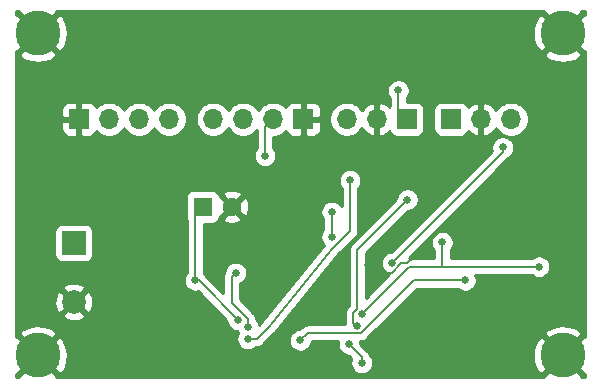
<source format=gbl>
G04 #@! TF.GenerationSoftware,KiCad,Pcbnew,(5.1.10-1-10_14)*
G04 #@! TF.CreationDate,2021-12-18T09:27:52-08:00*
G04 #@! TF.ProjectId,qiroll PAS digital logic,7169726f-6c6c-4205-9041-532064696769,rev?*
G04 #@! TF.SameCoordinates,Original*
G04 #@! TF.FileFunction,Copper,L2,Bot*
G04 #@! TF.FilePolarity,Positive*
%FSLAX46Y46*%
G04 Gerber Fmt 4.6, Leading zero omitted, Abs format (unit mm)*
G04 Created by KiCad (PCBNEW (5.1.10-1-10_14)) date 2021-12-18 09:27:52*
%MOMM*%
%LPD*%
G01*
G04 APERTURE LIST*
G04 #@! TA.AperFunction,ComponentPad*
%ADD10O,1.700000X1.700000*%
G04 #@! TD*
G04 #@! TA.AperFunction,ComponentPad*
%ADD11R,1.700000X1.700000*%
G04 #@! TD*
G04 #@! TA.AperFunction,ComponentPad*
%ADD12C,1.600000*%
G04 #@! TD*
G04 #@! TA.AperFunction,ComponentPad*
%ADD13R,1.600000X1.600000*%
G04 #@! TD*
G04 #@! TA.AperFunction,ComponentPad*
%ADD14C,3.800000*%
G04 #@! TD*
G04 #@! TA.AperFunction,ComponentPad*
%ADD15C,2.000000*%
G04 #@! TD*
G04 #@! TA.AperFunction,ComponentPad*
%ADD16R,2.000000X2.000000*%
G04 #@! TD*
G04 #@! TA.AperFunction,ViaPad*
%ADD17C,0.650000*%
G04 #@! TD*
G04 #@! TA.AperFunction,Conductor*
%ADD18C,0.150000*%
G04 #@! TD*
G04 #@! TA.AperFunction,Conductor*
%ADD19C,0.254000*%
G04 #@! TD*
G04 #@! TA.AperFunction,Conductor*
%ADD20C,0.100000*%
G04 #@! TD*
G04 APERTURE END LIST*
D10*
G04 #@! TO.P,J4,4*
G04 #@! TO.N,Net-(D2-Pad2)*
X125412500Y-103822500D03*
G04 #@! TO.P,J4,3*
G04 #@! TO.N,Net-(J4-Pad3)*
X122872500Y-103822500D03*
G04 #@! TO.P,J4,2*
G04 #@! TO.N,Net-(F1-Pad2)*
X120332500Y-103822500D03*
D11*
G04 #@! TO.P,J4,1*
G04 #@! TO.N,GND*
X117792500Y-103822500D03*
G04 #@! TD*
D10*
G04 #@! TO.P,J5,3*
G04 #@! TO.N,Net-(F1-Pad2)*
X154368500Y-103822500D03*
G04 #@! TO.P,J5,2*
G04 #@! TO.N,GND*
X151828500Y-103822500D03*
D11*
G04 #@! TO.P,J5,1*
G04 #@! TO.N,Net-(D2-Pad1)*
X149288500Y-103822500D03*
G04 #@! TD*
D10*
G04 #@! TO.P,J3,3*
G04 #@! TO.N,Net-(J3-Pad3)*
X140462000Y-103822500D03*
G04 #@! TO.P,J3,2*
G04 #@! TO.N,GND*
X143002000Y-103822500D03*
D11*
G04 #@! TO.P,J3,1*
G04 #@! TO.N,VDD*
X145542000Y-103822500D03*
G04 #@! TD*
D10*
G04 #@! TO.P,J2,4*
G04 #@! TO.N,Net-(J2-Pad4)*
X129159000Y-103822500D03*
G04 #@! TO.P,J2,3*
G04 #@! TO.N,Net-(C2-Pad2)*
X131699000Y-103822500D03*
G04 #@! TO.P,J2,2*
G04 #@! TO.N,Net-(D2-Pad1)*
X134239000Y-103822500D03*
D11*
G04 #@! TO.P,J2,1*
G04 #@! TO.N,GND*
X136779000Y-103822500D03*
G04 #@! TD*
D12*
G04 #@! TO.P,C12,2*
G04 #@! TO.N,GND*
X130770000Y-111252000D03*
D13*
G04 #@! TO.P,C12,1*
G04 #@! TO.N,VDD*
X128270000Y-111252000D03*
G04 #@! TD*
D14*
G04 #@! TO.P,H4,1*
G04 #@! TO.N,GND*
X114300000Y-96520000D03*
G04 #@! TD*
G04 #@! TO.P,H3,1*
G04 #@! TO.N,GND*
X158750000Y-96520000D03*
G04 #@! TD*
G04 #@! TO.P,H2,1*
G04 #@! TO.N,GND*
X114300000Y-123825000D03*
G04 #@! TD*
G04 #@! TO.P,H1,1*
G04 #@! TO.N,GND*
X158750000Y-123825000D03*
G04 #@! TD*
D15*
G04 #@! TO.P,C10,2*
G04 #@! TO.N,GND*
X117348000Y-119300000D03*
D16*
G04 #@! TO.P,C10,1*
G04 #@! TO.N,Net-(C10-Pad1)*
X117348000Y-114300000D03*
G04 #@! TD*
D17*
G04 #@! TO.N,GND*
X156210500Y-125454300D03*
X142305000Y-116205000D03*
X136525000Y-121285000D03*
X146050000Y-125051800D03*
X156210000Y-99060000D03*
X125679200Y-111353600D03*
X153735000Y-109220000D03*
X156845000Y-106045000D03*
X153810000Y-122234600D03*
X160020000Y-116205000D03*
X132080000Y-125095000D03*
X132080000Y-123825000D03*
X127000000Y-125095000D03*
X132588000Y-119380000D03*
X145796000Y-120396000D03*
X123596400Y-110439200D03*
X122326400Y-110439200D03*
X124968000Y-110439200D03*
X122123200Y-113690400D03*
X122123200Y-114706400D03*
X122123200Y-115620800D03*
X124612400Y-112420400D03*
X122885200Y-109677200D03*
X124612400Y-111353600D03*
X125679200Y-112420400D03*
G04 #@! TO.N,Net-(U1-Pad10)*
X140732300Y-109004300D03*
X132080000Y-122428000D03*
G04 #@! TO.N,Net-(U2-Pad3)*
X141744400Y-120289100D03*
X148561100Y-114257300D03*
X156750500Y-116316300D03*
G04 #@! TO.N,Net-(U1-Pad11)*
X139192000Y-113792000D03*
X139192000Y-111687900D03*
G04 #@! TO.N,Net-(U2-Pad12)*
X145608100Y-110630600D03*
X141361300Y-121369990D03*
X141732000Y-124460000D03*
X140666264Y-122886264D03*
G04 #@! TO.N,VDD*
X150495000Y-117475000D03*
X127635000Y-117475000D03*
X131241300Y-120802400D03*
X136525000Y-122555000D03*
X144830800Y-101396800D03*
G04 #@! TO.N,Net-(D2-Pad1)*
X144283400Y-116015900D03*
X153670000Y-106222800D03*
X133553200Y-106934000D03*
G04 #@! TO.N,Net-(D4-Pad2)*
X132080000Y-121412000D03*
X131064000Y-116840000D03*
G04 #@! TD*
D18*
G04 #@! TO.N,GND*
X144273302Y-116840000D02*
X143510000Y-116840000D01*
X146050000Y-115570000D02*
X145603710Y-116016290D01*
X145603710Y-116016290D02*
X145097012Y-116016290D01*
X145097012Y-116016290D02*
X144273302Y-116840000D01*
G04 #@! TO.N,Net-(U1-Pad10)*
X139192000Y-114808000D02*
X133857400Y-121398700D01*
X140732300Y-113267700D02*
X140732300Y-109004300D01*
X139192000Y-114808000D02*
X140732300Y-113267700D01*
X132828100Y-122428000D02*
X133857400Y-121398700D01*
X132080000Y-122428000D02*
X132828100Y-122428000D01*
G04 #@! TO.N,Net-(U2-Pad3)*
X148561100Y-116316300D02*
X156750500Y-116316300D01*
X141744400Y-120289100D02*
X145717200Y-116316300D01*
X145717200Y-116316300D02*
X148561100Y-116316300D01*
X148561100Y-116316300D02*
X148561100Y-114257300D01*
G04 #@! TO.N,Net-(U1-Pad11)*
X139192000Y-111687900D02*
X139192000Y-113792000D01*
G04 #@! TO.N,Net-(U2-Pad12)*
X141361300Y-114877400D02*
X141361300Y-119893900D01*
X141036301Y-120218899D02*
X141036301Y-121044991D01*
X145608100Y-110630600D02*
X141361300Y-114877400D01*
X141036301Y-121044991D02*
X141361300Y-121369990D01*
X141361300Y-119893900D02*
X141036301Y-120218899D01*
X141732000Y-124460000D02*
X141732000Y-123952000D01*
X141732000Y-123952000D02*
X140716000Y-122936000D01*
X140716000Y-122936000D02*
X140666264Y-122886264D01*
G04 #@! TO.N,VDD*
X141676802Y-121920000D02*
X137160000Y-121920000D01*
X146121802Y-117475000D02*
X141676802Y-121920000D01*
X137160000Y-121920000D02*
X136525000Y-122555000D01*
X150495000Y-117475000D02*
X146121802Y-117475000D01*
X127635000Y-111887000D02*
X128270000Y-111252000D01*
X127635000Y-117475000D02*
X127635000Y-111887000D01*
X144830800Y-103111300D02*
X145542000Y-103822500D01*
X144830800Y-101396800D02*
X144830800Y-103111300D01*
X127913900Y-117475000D02*
X127635000Y-117475000D01*
X131241300Y-120802400D02*
X127913900Y-117475000D01*
G04 #@! TO.N,Net-(D2-Pad1)*
X153670000Y-106629300D02*
X144283400Y-116015900D01*
X153670000Y-106629300D02*
X153670000Y-106222800D01*
X153670000Y-106222800D02*
X153670000Y-106222800D01*
X133553200Y-104508300D02*
X134239000Y-103822500D01*
X133553200Y-106934000D02*
X133553200Y-104508300D01*
G04 #@! TO.N,Net-(D4-Pad2)*
X131064000Y-116840000D02*
X130708400Y-117195600D01*
X130708400Y-117195600D02*
X130708400Y-119380000D01*
X132080000Y-120751600D02*
X132080000Y-121412000D01*
X130708400Y-119380000D02*
X132080000Y-120751600D01*
G04 #@! TD*
D19*
G04 #@! TO.N,GND*
X112703256Y-94743651D02*
X114300000Y-96340395D01*
X115896744Y-94743651D01*
X115851716Y-94665000D01*
X157198284Y-94665000D01*
X157153256Y-94743651D01*
X158750000Y-96340395D01*
X160346744Y-94743651D01*
X160301716Y-94665000D01*
X160605000Y-94665000D01*
X160605000Y-94968284D01*
X160526349Y-94923256D01*
X158929605Y-96520000D01*
X160526349Y-98116744D01*
X160605000Y-98071716D01*
X160605001Y-122273284D01*
X160526349Y-122228256D01*
X158929605Y-123825000D01*
X160526349Y-125421744D01*
X160605001Y-125376716D01*
X160605001Y-125680000D01*
X160301716Y-125680000D01*
X160346744Y-125601349D01*
X158750000Y-124004605D01*
X157153256Y-125601349D01*
X157198284Y-125680000D01*
X115851716Y-125680000D01*
X115896744Y-125601349D01*
X114300000Y-124004605D01*
X112703256Y-125601349D01*
X112748284Y-125680000D01*
X112445000Y-125680000D01*
X112445000Y-125376716D01*
X112523651Y-125421744D01*
X114120395Y-123825000D01*
X114479605Y-123825000D01*
X116076349Y-125421744D01*
X116432867Y-125217638D01*
X116663575Y-124774777D01*
X116803452Y-124295417D01*
X116847123Y-123797979D01*
X116792909Y-123301578D01*
X116642894Y-122825293D01*
X116432867Y-122432362D01*
X116076349Y-122228256D01*
X114479605Y-123825000D01*
X114120395Y-123825000D01*
X112523651Y-122228256D01*
X112445000Y-122273284D01*
X112445000Y-122048651D01*
X112703256Y-122048651D01*
X114300000Y-123645395D01*
X115896744Y-122048651D01*
X115692638Y-121692133D01*
X115249777Y-121461425D01*
X114770417Y-121321548D01*
X114272979Y-121277877D01*
X113776578Y-121332091D01*
X113300293Y-121482106D01*
X112907362Y-121692133D01*
X112703256Y-122048651D01*
X112445000Y-122048651D01*
X112445000Y-120435413D01*
X116392192Y-120435413D01*
X116487956Y-120699814D01*
X116777571Y-120840704D01*
X117089108Y-120922384D01*
X117410595Y-120941718D01*
X117729675Y-120897961D01*
X118034088Y-120792795D01*
X118208044Y-120699814D01*
X118303808Y-120435413D01*
X117348000Y-119479605D01*
X116392192Y-120435413D01*
X112445000Y-120435413D01*
X112445000Y-119362595D01*
X115706282Y-119362595D01*
X115750039Y-119681675D01*
X115855205Y-119986088D01*
X115948186Y-120160044D01*
X116212587Y-120255808D01*
X117168395Y-119300000D01*
X117527605Y-119300000D01*
X118483413Y-120255808D01*
X118747814Y-120160044D01*
X118888704Y-119870429D01*
X118970384Y-119558892D01*
X118989718Y-119237405D01*
X118945961Y-118918325D01*
X118840795Y-118613912D01*
X118747814Y-118439956D01*
X118483413Y-118344192D01*
X117527605Y-119300000D01*
X117168395Y-119300000D01*
X116212587Y-118344192D01*
X115948186Y-118439956D01*
X115807296Y-118729571D01*
X115725616Y-119041108D01*
X115706282Y-119362595D01*
X112445000Y-119362595D01*
X112445000Y-118164587D01*
X116392192Y-118164587D01*
X117348000Y-119120395D01*
X118303808Y-118164587D01*
X118208044Y-117900186D01*
X117918429Y-117759296D01*
X117606892Y-117677616D01*
X117285405Y-117658282D01*
X116966325Y-117702039D01*
X116661912Y-117807205D01*
X116487956Y-117900186D01*
X116392192Y-118164587D01*
X112445000Y-118164587D01*
X112445000Y-117380448D01*
X126675000Y-117380448D01*
X126675000Y-117569552D01*
X126711892Y-117755022D01*
X126784259Y-117929731D01*
X126889319Y-118086964D01*
X127023036Y-118220681D01*
X127180269Y-118325741D01*
X127354978Y-118398108D01*
X127540448Y-118435000D01*
X127729552Y-118435000D01*
X127846539Y-118411730D01*
X130281300Y-120846492D01*
X130281300Y-120896952D01*
X130318192Y-121082422D01*
X130390559Y-121257131D01*
X130495619Y-121414364D01*
X130629336Y-121548081D01*
X130786569Y-121653141D01*
X130961278Y-121725508D01*
X131146748Y-121762400D01*
X131186044Y-121762400D01*
X131229259Y-121866731D01*
X131264852Y-121920000D01*
X131229259Y-121973269D01*
X131156892Y-122147978D01*
X131120000Y-122333448D01*
X131120000Y-122522552D01*
X131156892Y-122708022D01*
X131229259Y-122882731D01*
X131334319Y-123039964D01*
X131468036Y-123173681D01*
X131625269Y-123278741D01*
X131799978Y-123351108D01*
X131985448Y-123388000D01*
X132174552Y-123388000D01*
X132360022Y-123351108D01*
X132534731Y-123278741D01*
X132691964Y-123173681D01*
X132727645Y-123138000D01*
X132793225Y-123138000D01*
X132828100Y-123141435D01*
X132862975Y-123138000D01*
X132862977Y-123138000D01*
X132967284Y-123127727D01*
X133101120Y-123087128D01*
X133224463Y-123021200D01*
X133332575Y-122932475D01*
X133354812Y-122905379D01*
X133799743Y-122460448D01*
X135565000Y-122460448D01*
X135565000Y-122649552D01*
X135601892Y-122835022D01*
X135674259Y-123009731D01*
X135779319Y-123166964D01*
X135913036Y-123300681D01*
X136070269Y-123405741D01*
X136244978Y-123478108D01*
X136430448Y-123515000D01*
X136619552Y-123515000D01*
X136805022Y-123478108D01*
X136979731Y-123405741D01*
X137136964Y-123300681D01*
X137270681Y-123166964D01*
X137375741Y-123009731D01*
X137448108Y-122835022D01*
X137485000Y-122649552D01*
X137485000Y-122630000D01*
X139738430Y-122630000D01*
X139706264Y-122791712D01*
X139706264Y-122980816D01*
X139743156Y-123166286D01*
X139815523Y-123340995D01*
X139920583Y-123498228D01*
X140054300Y-123631945D01*
X140211533Y-123737005D01*
X140386242Y-123809372D01*
X140571712Y-123846264D01*
X140622173Y-123846264D01*
X140851946Y-124076037D01*
X140808892Y-124179978D01*
X140772000Y-124365448D01*
X140772000Y-124554552D01*
X140808892Y-124740022D01*
X140881259Y-124914731D01*
X140986319Y-125071964D01*
X141120036Y-125205681D01*
X141277269Y-125310741D01*
X141451978Y-125383108D01*
X141637448Y-125420000D01*
X141826552Y-125420000D01*
X142012022Y-125383108D01*
X142186731Y-125310741D01*
X142343964Y-125205681D01*
X142477681Y-125071964D01*
X142582741Y-124914731D01*
X142655108Y-124740022D01*
X142692000Y-124554552D01*
X142692000Y-124365448D01*
X142655108Y-124179978D01*
X142582741Y-124005269D01*
X142480344Y-123852021D01*
X156202877Y-123852021D01*
X156257091Y-124348422D01*
X156407106Y-124824707D01*
X156617133Y-125217638D01*
X156973651Y-125421744D01*
X158570395Y-123825000D01*
X156973651Y-122228256D01*
X156617133Y-122432362D01*
X156386425Y-122875223D01*
X156246548Y-123354583D01*
X156202877Y-123852021D01*
X142480344Y-123852021D01*
X142477681Y-123848036D01*
X142427053Y-123797408D01*
X142391128Y-123678980D01*
X142325200Y-123555637D01*
X142236475Y-123447525D01*
X142209384Y-123425292D01*
X141626264Y-122842173D01*
X141626264Y-122791712D01*
X141594098Y-122630000D01*
X141641927Y-122630000D01*
X141676802Y-122633435D01*
X141711677Y-122630000D01*
X141711679Y-122630000D01*
X141815986Y-122619727D01*
X141949822Y-122579128D01*
X142073165Y-122513200D01*
X142181277Y-122424475D01*
X142203514Y-122397379D01*
X142552242Y-122048651D01*
X157153256Y-122048651D01*
X158750000Y-123645395D01*
X160346744Y-122048651D01*
X160142638Y-121692133D01*
X159699777Y-121461425D01*
X159220417Y-121321548D01*
X158722979Y-121277877D01*
X158226578Y-121332091D01*
X157750293Y-121482106D01*
X157357362Y-121692133D01*
X157153256Y-122048651D01*
X142552242Y-122048651D01*
X146415894Y-118185000D01*
X149847355Y-118185000D01*
X149883036Y-118220681D01*
X150040269Y-118325741D01*
X150214978Y-118398108D01*
X150400448Y-118435000D01*
X150589552Y-118435000D01*
X150775022Y-118398108D01*
X150949731Y-118325741D01*
X151106964Y-118220681D01*
X151240681Y-118086964D01*
X151345741Y-117929731D01*
X151418108Y-117755022D01*
X151455000Y-117569552D01*
X151455000Y-117380448D01*
X151418108Y-117194978D01*
X151348239Y-117026300D01*
X156102855Y-117026300D01*
X156138536Y-117061981D01*
X156295769Y-117167041D01*
X156470478Y-117239408D01*
X156655948Y-117276300D01*
X156845052Y-117276300D01*
X157030522Y-117239408D01*
X157205231Y-117167041D01*
X157362464Y-117061981D01*
X157496181Y-116928264D01*
X157601241Y-116771031D01*
X157673608Y-116596322D01*
X157710500Y-116410852D01*
X157710500Y-116221748D01*
X157673608Y-116036278D01*
X157601241Y-115861569D01*
X157496181Y-115704336D01*
X157362464Y-115570619D01*
X157205231Y-115465559D01*
X157030522Y-115393192D01*
X156845052Y-115356300D01*
X156655948Y-115356300D01*
X156470478Y-115393192D01*
X156295769Y-115465559D01*
X156138536Y-115570619D01*
X156102855Y-115606300D01*
X149271100Y-115606300D01*
X149271100Y-114904945D01*
X149306781Y-114869264D01*
X149411841Y-114712031D01*
X149484208Y-114537322D01*
X149521100Y-114351852D01*
X149521100Y-114162748D01*
X149484208Y-113977278D01*
X149411841Y-113802569D01*
X149306781Y-113645336D01*
X149173064Y-113511619D01*
X149015831Y-113406559D01*
X148841122Y-113334192D01*
X148655652Y-113297300D01*
X148466548Y-113297300D01*
X148281078Y-113334192D01*
X148106369Y-113406559D01*
X147949136Y-113511619D01*
X147815419Y-113645336D01*
X147710359Y-113802569D01*
X147637992Y-113977278D01*
X147601100Y-114162748D01*
X147601100Y-114351852D01*
X147637992Y-114537322D01*
X147710359Y-114712031D01*
X147815419Y-114869264D01*
X147851101Y-114904946D01*
X147851100Y-115606300D01*
X145752075Y-115606300D01*
X145717200Y-115602865D01*
X145698704Y-115604687D01*
X154147389Y-107156003D01*
X154174474Y-107133775D01*
X154196704Y-107106688D01*
X154196707Y-107106685D01*
X154263199Y-107025664D01*
X154263201Y-107025662D01*
X154307314Y-106943131D01*
X154415681Y-106834764D01*
X154520741Y-106677531D01*
X154593108Y-106502822D01*
X154630000Y-106317352D01*
X154630000Y-106128248D01*
X154593108Y-105942778D01*
X154520741Y-105768069D01*
X154415681Y-105610836D01*
X154281964Y-105477119D01*
X154124731Y-105372059D01*
X153950022Y-105299692D01*
X153764552Y-105262800D01*
X153575448Y-105262800D01*
X153389978Y-105299692D01*
X153215269Y-105372059D01*
X153058036Y-105477119D01*
X152924319Y-105610836D01*
X152819259Y-105768069D01*
X152746892Y-105942778D01*
X152710000Y-106128248D01*
X152710000Y-106317352D01*
X152746892Y-106502822D01*
X152760217Y-106534991D01*
X144239309Y-115055900D01*
X144188848Y-115055900D01*
X144003378Y-115092792D01*
X143828669Y-115165159D01*
X143671436Y-115270219D01*
X143537719Y-115403936D01*
X143432659Y-115561169D01*
X143360292Y-115735878D01*
X143323400Y-115921348D01*
X143323400Y-116110452D01*
X143360292Y-116295922D01*
X143432659Y-116470631D01*
X143537719Y-116627864D01*
X143671436Y-116761581D01*
X143828669Y-116866641D01*
X144003378Y-116939008D01*
X144075963Y-116953446D01*
X142071300Y-118958109D01*
X142071300Y-115171491D01*
X145652192Y-111590600D01*
X145702652Y-111590600D01*
X145888122Y-111553708D01*
X146062831Y-111481341D01*
X146220064Y-111376281D01*
X146353781Y-111242564D01*
X146458841Y-111085331D01*
X146531208Y-110910622D01*
X146568100Y-110725152D01*
X146568100Y-110536048D01*
X146531208Y-110350578D01*
X146458841Y-110175869D01*
X146353781Y-110018636D01*
X146220064Y-109884919D01*
X146062831Y-109779859D01*
X145888122Y-109707492D01*
X145702652Y-109670600D01*
X145513548Y-109670600D01*
X145328078Y-109707492D01*
X145153369Y-109779859D01*
X144996136Y-109884919D01*
X144862419Y-110018636D01*
X144757359Y-110175869D01*
X144684992Y-110350578D01*
X144648100Y-110536048D01*
X144648100Y-110586508D01*
X140883917Y-114350692D01*
X140856825Y-114372926D01*
X140768100Y-114481038D01*
X140702172Y-114604381D01*
X140661573Y-114738217D01*
X140651300Y-114842523D01*
X140647865Y-114877400D01*
X140651300Y-114912275D01*
X140651301Y-119599808D01*
X140558918Y-119692191D01*
X140531826Y-119714425D01*
X140443101Y-119822537D01*
X140377173Y-119945880D01*
X140336574Y-120079716D01*
X140326301Y-120184022D01*
X140322866Y-120218899D01*
X140326301Y-120253774D01*
X140326301Y-121010116D01*
X140322866Y-121044991D01*
X140326301Y-121079866D01*
X140326301Y-121079868D01*
X140331434Y-121131978D01*
X140336575Y-121184175D01*
X140344409Y-121210000D01*
X137194875Y-121210000D01*
X137160000Y-121206565D01*
X137125125Y-121210000D01*
X137125123Y-121210000D01*
X137020816Y-121220273D01*
X136886980Y-121260872D01*
X136763637Y-121326800D01*
X136655525Y-121415525D01*
X136633288Y-121442621D01*
X136480909Y-121595000D01*
X136430448Y-121595000D01*
X136244978Y-121631892D01*
X136070269Y-121704259D01*
X135913036Y-121809319D01*
X135779319Y-121943036D01*
X135674259Y-122100269D01*
X135601892Y-122274978D01*
X135565000Y-122460448D01*
X133799743Y-122460448D01*
X134311718Y-121948474D01*
X134313721Y-121947116D01*
X134361011Y-121899181D01*
X134384107Y-121876085D01*
X134385645Y-121874211D01*
X134387330Y-121872503D01*
X134407693Y-121847346D01*
X134450599Y-121795064D01*
X134451744Y-121792922D01*
X139720416Y-115283675D01*
X141209689Y-113794403D01*
X141236774Y-113772175D01*
X141259004Y-113745088D01*
X141259007Y-113745085D01*
X141310535Y-113682298D01*
X141325500Y-113664063D01*
X141391428Y-113540720D01*
X141432027Y-113406884D01*
X141442300Y-113302577D01*
X141442300Y-113302576D01*
X141445735Y-113267701D01*
X141442300Y-113232826D01*
X141442300Y-109651945D01*
X141477981Y-109616264D01*
X141583041Y-109459031D01*
X141655408Y-109284322D01*
X141692300Y-109098852D01*
X141692300Y-108909748D01*
X141655408Y-108724278D01*
X141583041Y-108549569D01*
X141477981Y-108392336D01*
X141344264Y-108258619D01*
X141187031Y-108153559D01*
X141012322Y-108081192D01*
X140826852Y-108044300D01*
X140637748Y-108044300D01*
X140452278Y-108081192D01*
X140277569Y-108153559D01*
X140120336Y-108258619D01*
X139986619Y-108392336D01*
X139881559Y-108549569D01*
X139809192Y-108724278D01*
X139772300Y-108909748D01*
X139772300Y-109098852D01*
X139809192Y-109284322D01*
X139881559Y-109459031D01*
X139986619Y-109616264D01*
X140022301Y-109651946D01*
X140022300Y-111202578D01*
X139937681Y-111075936D01*
X139803964Y-110942219D01*
X139646731Y-110837159D01*
X139472022Y-110764792D01*
X139286552Y-110727900D01*
X139097448Y-110727900D01*
X138911978Y-110764792D01*
X138737269Y-110837159D01*
X138580036Y-110942219D01*
X138446319Y-111075936D01*
X138341259Y-111233169D01*
X138268892Y-111407878D01*
X138232000Y-111593348D01*
X138232000Y-111782452D01*
X138268892Y-111967922D01*
X138341259Y-112142631D01*
X138446319Y-112299864D01*
X138482000Y-112335545D01*
X138482001Y-113144354D01*
X138446319Y-113180036D01*
X138341259Y-113337269D01*
X138268892Y-113511978D01*
X138232000Y-113697448D01*
X138232000Y-113886552D01*
X138268892Y-114072022D01*
X138341259Y-114246731D01*
X138446319Y-114403964D01*
X138534347Y-114491992D01*
X133328992Y-120923016D01*
X133022507Y-121229502D01*
X133003108Y-121131978D01*
X132930741Y-120957269D01*
X132825681Y-120800036D01*
X132791983Y-120766338D01*
X132793435Y-120751599D01*
X132789126Y-120707848D01*
X132779727Y-120612416D01*
X132739128Y-120478580D01*
X132673200Y-120355237D01*
X132619877Y-120290263D01*
X132606707Y-120274215D01*
X132606704Y-120274212D01*
X132584474Y-120247125D01*
X132557389Y-120224897D01*
X131418400Y-119085909D01*
X131418400Y-117732300D01*
X131518731Y-117690741D01*
X131675964Y-117585681D01*
X131809681Y-117451964D01*
X131914741Y-117294731D01*
X131987108Y-117120022D01*
X132024000Y-116934552D01*
X132024000Y-116745448D01*
X131987108Y-116559978D01*
X131914741Y-116385269D01*
X131809681Y-116228036D01*
X131675964Y-116094319D01*
X131518731Y-115989259D01*
X131344022Y-115916892D01*
X131158552Y-115880000D01*
X130969448Y-115880000D01*
X130783978Y-115916892D01*
X130609269Y-115989259D01*
X130452036Y-116094319D01*
X130318319Y-116228036D01*
X130213259Y-116385269D01*
X130140892Y-116559978D01*
X130104000Y-116745448D01*
X130104000Y-116820192D01*
X130049272Y-116922581D01*
X130008673Y-117056417D01*
X130002409Y-117120022D01*
X129994965Y-117195600D01*
X129998400Y-117230475D01*
X129998401Y-118555409D01*
X128501638Y-117058646D01*
X128485741Y-117020269D01*
X128380681Y-116863036D01*
X128345000Y-116827355D01*
X128345000Y-112690072D01*
X129070000Y-112690072D01*
X129194482Y-112677812D01*
X129314180Y-112641502D01*
X129424494Y-112582537D01*
X129521185Y-112503185D01*
X129600537Y-112406494D01*
X129659502Y-112296180D01*
X129675117Y-112244702D01*
X129956903Y-112244702D01*
X130028486Y-112488671D01*
X130283996Y-112609571D01*
X130558184Y-112678300D01*
X130840512Y-112692217D01*
X131120130Y-112650787D01*
X131386292Y-112555603D01*
X131511514Y-112488671D01*
X131583097Y-112244702D01*
X130770000Y-111431605D01*
X129956903Y-112244702D01*
X129675117Y-112244702D01*
X129695812Y-112176482D01*
X129708072Y-112052000D01*
X129708072Y-112044785D01*
X129777298Y-112065097D01*
X130590395Y-111252000D01*
X130949605Y-111252000D01*
X131762702Y-112065097D01*
X132006671Y-111993514D01*
X132127571Y-111738004D01*
X132196300Y-111463816D01*
X132210217Y-111181488D01*
X132168787Y-110901870D01*
X132073603Y-110635708D01*
X132006671Y-110510486D01*
X131762702Y-110438903D01*
X130949605Y-111252000D01*
X130590395Y-111252000D01*
X129777298Y-110438903D01*
X129708072Y-110459215D01*
X129708072Y-110452000D01*
X129695812Y-110327518D01*
X129675118Y-110259298D01*
X129956903Y-110259298D01*
X130770000Y-111072395D01*
X131583097Y-110259298D01*
X131511514Y-110015329D01*
X131256004Y-109894429D01*
X130981816Y-109825700D01*
X130699488Y-109811783D01*
X130419870Y-109853213D01*
X130153708Y-109948397D01*
X130028486Y-110015329D01*
X129956903Y-110259298D01*
X129675118Y-110259298D01*
X129659502Y-110207820D01*
X129600537Y-110097506D01*
X129521185Y-110000815D01*
X129424494Y-109921463D01*
X129314180Y-109862498D01*
X129194482Y-109826188D01*
X129070000Y-109813928D01*
X127470000Y-109813928D01*
X127345518Y-109826188D01*
X127225820Y-109862498D01*
X127115506Y-109921463D01*
X127018815Y-110000815D01*
X126939463Y-110097506D01*
X126880498Y-110207820D01*
X126844188Y-110327518D01*
X126831928Y-110452000D01*
X126831928Y-112052000D01*
X126844188Y-112176482D01*
X126880498Y-112296180D01*
X126925001Y-112379438D01*
X126925000Y-116827355D01*
X126889319Y-116863036D01*
X126784259Y-117020269D01*
X126711892Y-117194978D01*
X126675000Y-117380448D01*
X112445000Y-117380448D01*
X112445000Y-113300000D01*
X115709928Y-113300000D01*
X115709928Y-115300000D01*
X115722188Y-115424482D01*
X115758498Y-115544180D01*
X115817463Y-115654494D01*
X115896815Y-115751185D01*
X115993506Y-115830537D01*
X116103820Y-115889502D01*
X116223518Y-115925812D01*
X116348000Y-115938072D01*
X118348000Y-115938072D01*
X118472482Y-115925812D01*
X118592180Y-115889502D01*
X118702494Y-115830537D01*
X118799185Y-115751185D01*
X118878537Y-115654494D01*
X118937502Y-115544180D01*
X118973812Y-115424482D01*
X118986072Y-115300000D01*
X118986072Y-113300000D01*
X118973812Y-113175518D01*
X118937502Y-113055820D01*
X118878537Y-112945506D01*
X118799185Y-112848815D01*
X118702494Y-112769463D01*
X118592180Y-112710498D01*
X118472482Y-112674188D01*
X118348000Y-112661928D01*
X116348000Y-112661928D01*
X116223518Y-112674188D01*
X116103820Y-112710498D01*
X115993506Y-112769463D01*
X115896815Y-112848815D01*
X115817463Y-112945506D01*
X115758498Y-113055820D01*
X115722188Y-113175518D01*
X115709928Y-113300000D01*
X112445000Y-113300000D01*
X112445000Y-104672500D01*
X116304428Y-104672500D01*
X116316688Y-104796982D01*
X116352998Y-104916680D01*
X116411963Y-105026994D01*
X116491315Y-105123685D01*
X116588006Y-105203037D01*
X116698320Y-105262002D01*
X116818018Y-105298312D01*
X116942500Y-105310572D01*
X117506750Y-105307500D01*
X117665500Y-105148750D01*
X117665500Y-103949500D01*
X116466250Y-103949500D01*
X116307500Y-104108250D01*
X116304428Y-104672500D01*
X112445000Y-104672500D01*
X112445000Y-102972500D01*
X116304428Y-102972500D01*
X116307500Y-103536750D01*
X116466250Y-103695500D01*
X117665500Y-103695500D01*
X117665500Y-102496250D01*
X117919500Y-102496250D01*
X117919500Y-103695500D01*
X117939500Y-103695500D01*
X117939500Y-103949500D01*
X117919500Y-103949500D01*
X117919500Y-105148750D01*
X118078250Y-105307500D01*
X118642500Y-105310572D01*
X118766982Y-105298312D01*
X118886680Y-105262002D01*
X118996994Y-105203037D01*
X119093685Y-105123685D01*
X119173037Y-105026994D01*
X119232002Y-104916680D01*
X119254013Y-104844120D01*
X119385868Y-104975975D01*
X119629089Y-105138490D01*
X119899342Y-105250432D01*
X120186240Y-105307500D01*
X120478760Y-105307500D01*
X120765658Y-105250432D01*
X121035911Y-105138490D01*
X121279132Y-104975975D01*
X121485975Y-104769132D01*
X121602500Y-104594740D01*
X121719025Y-104769132D01*
X121925868Y-104975975D01*
X122169089Y-105138490D01*
X122439342Y-105250432D01*
X122726240Y-105307500D01*
X123018760Y-105307500D01*
X123305658Y-105250432D01*
X123575911Y-105138490D01*
X123819132Y-104975975D01*
X124025975Y-104769132D01*
X124142500Y-104594740D01*
X124259025Y-104769132D01*
X124465868Y-104975975D01*
X124709089Y-105138490D01*
X124979342Y-105250432D01*
X125266240Y-105307500D01*
X125558760Y-105307500D01*
X125845658Y-105250432D01*
X126115911Y-105138490D01*
X126359132Y-104975975D01*
X126565975Y-104769132D01*
X126728490Y-104525911D01*
X126840432Y-104255658D01*
X126897500Y-103968760D01*
X126897500Y-103676240D01*
X127674000Y-103676240D01*
X127674000Y-103968760D01*
X127731068Y-104255658D01*
X127843010Y-104525911D01*
X128005525Y-104769132D01*
X128212368Y-104975975D01*
X128455589Y-105138490D01*
X128725842Y-105250432D01*
X129012740Y-105307500D01*
X129305260Y-105307500D01*
X129592158Y-105250432D01*
X129862411Y-105138490D01*
X130105632Y-104975975D01*
X130312475Y-104769132D01*
X130429000Y-104594740D01*
X130545525Y-104769132D01*
X130752368Y-104975975D01*
X130995589Y-105138490D01*
X131265842Y-105250432D01*
X131552740Y-105307500D01*
X131845260Y-105307500D01*
X132132158Y-105250432D01*
X132402411Y-105138490D01*
X132645632Y-104975975D01*
X132843201Y-104778406D01*
X132843200Y-106286355D01*
X132807519Y-106322036D01*
X132702459Y-106479269D01*
X132630092Y-106653978D01*
X132593200Y-106839448D01*
X132593200Y-107028552D01*
X132630092Y-107214022D01*
X132702459Y-107388731D01*
X132807519Y-107545964D01*
X132941236Y-107679681D01*
X133098469Y-107784741D01*
X133273178Y-107857108D01*
X133458648Y-107894000D01*
X133647752Y-107894000D01*
X133833222Y-107857108D01*
X134007931Y-107784741D01*
X134165164Y-107679681D01*
X134298881Y-107545964D01*
X134403941Y-107388731D01*
X134476308Y-107214022D01*
X134513200Y-107028552D01*
X134513200Y-106839448D01*
X134476308Y-106653978D01*
X134403941Y-106479269D01*
X134298881Y-106322036D01*
X134263200Y-106286355D01*
X134263200Y-105307500D01*
X134385260Y-105307500D01*
X134672158Y-105250432D01*
X134942411Y-105138490D01*
X135185632Y-104975975D01*
X135317487Y-104844120D01*
X135339498Y-104916680D01*
X135398463Y-105026994D01*
X135477815Y-105123685D01*
X135574506Y-105203037D01*
X135684820Y-105262002D01*
X135804518Y-105298312D01*
X135929000Y-105310572D01*
X136493250Y-105307500D01*
X136652000Y-105148750D01*
X136652000Y-103949500D01*
X136906000Y-103949500D01*
X136906000Y-105148750D01*
X137064750Y-105307500D01*
X137629000Y-105310572D01*
X137753482Y-105298312D01*
X137873180Y-105262002D01*
X137983494Y-105203037D01*
X138080185Y-105123685D01*
X138159537Y-105026994D01*
X138218502Y-104916680D01*
X138254812Y-104796982D01*
X138267072Y-104672500D01*
X138264000Y-104108250D01*
X138105250Y-103949500D01*
X136906000Y-103949500D01*
X136652000Y-103949500D01*
X136632000Y-103949500D01*
X136632000Y-103695500D01*
X136652000Y-103695500D01*
X136652000Y-102496250D01*
X136906000Y-102496250D01*
X136906000Y-103695500D01*
X138105250Y-103695500D01*
X138124510Y-103676240D01*
X138977000Y-103676240D01*
X138977000Y-103968760D01*
X139034068Y-104255658D01*
X139146010Y-104525911D01*
X139308525Y-104769132D01*
X139515368Y-104975975D01*
X139758589Y-105138490D01*
X140028842Y-105250432D01*
X140315740Y-105307500D01*
X140608260Y-105307500D01*
X140895158Y-105250432D01*
X141165411Y-105138490D01*
X141408632Y-104975975D01*
X141615475Y-104769132D01*
X141737195Y-104586966D01*
X141806822Y-104703855D01*
X142001731Y-104920088D01*
X142235080Y-105094141D01*
X142497901Y-105219325D01*
X142645110Y-105263976D01*
X142875000Y-105142655D01*
X142875000Y-103949500D01*
X142855000Y-103949500D01*
X142855000Y-103695500D01*
X142875000Y-103695500D01*
X142875000Y-102502345D01*
X143129000Y-102502345D01*
X143129000Y-103695500D01*
X143149000Y-103695500D01*
X143149000Y-103949500D01*
X143129000Y-103949500D01*
X143129000Y-105142655D01*
X143358890Y-105263976D01*
X143506099Y-105219325D01*
X143768920Y-105094141D01*
X144002269Y-104920088D01*
X144078034Y-104836034D01*
X144102498Y-104916680D01*
X144161463Y-105026994D01*
X144240815Y-105123685D01*
X144337506Y-105203037D01*
X144447820Y-105262002D01*
X144567518Y-105298312D01*
X144692000Y-105310572D01*
X146392000Y-105310572D01*
X146516482Y-105298312D01*
X146636180Y-105262002D01*
X146746494Y-105203037D01*
X146843185Y-105123685D01*
X146922537Y-105026994D01*
X146981502Y-104916680D01*
X147017812Y-104796982D01*
X147030072Y-104672500D01*
X147030072Y-102972500D01*
X147800428Y-102972500D01*
X147800428Y-104672500D01*
X147812688Y-104796982D01*
X147848998Y-104916680D01*
X147907963Y-105026994D01*
X147987315Y-105123685D01*
X148084006Y-105203037D01*
X148194320Y-105262002D01*
X148314018Y-105298312D01*
X148438500Y-105310572D01*
X150138500Y-105310572D01*
X150262982Y-105298312D01*
X150382680Y-105262002D01*
X150492994Y-105203037D01*
X150589685Y-105123685D01*
X150669037Y-105026994D01*
X150728002Y-104916680D01*
X150752466Y-104836034D01*
X150828231Y-104920088D01*
X151061580Y-105094141D01*
X151324401Y-105219325D01*
X151471610Y-105263976D01*
X151701500Y-105142655D01*
X151701500Y-103949500D01*
X151681500Y-103949500D01*
X151681500Y-103695500D01*
X151701500Y-103695500D01*
X151701500Y-102502345D01*
X151955500Y-102502345D01*
X151955500Y-103695500D01*
X151975500Y-103695500D01*
X151975500Y-103949500D01*
X151955500Y-103949500D01*
X151955500Y-105142655D01*
X152185390Y-105263976D01*
X152332599Y-105219325D01*
X152595420Y-105094141D01*
X152828769Y-104920088D01*
X153023678Y-104703855D01*
X153093305Y-104586966D01*
X153215025Y-104769132D01*
X153421868Y-104975975D01*
X153665089Y-105138490D01*
X153935342Y-105250432D01*
X154222240Y-105307500D01*
X154514760Y-105307500D01*
X154801658Y-105250432D01*
X155071911Y-105138490D01*
X155315132Y-104975975D01*
X155521975Y-104769132D01*
X155684490Y-104525911D01*
X155796432Y-104255658D01*
X155853500Y-103968760D01*
X155853500Y-103676240D01*
X155796432Y-103389342D01*
X155684490Y-103119089D01*
X155521975Y-102875868D01*
X155315132Y-102669025D01*
X155071911Y-102506510D01*
X154801658Y-102394568D01*
X154514760Y-102337500D01*
X154222240Y-102337500D01*
X153935342Y-102394568D01*
X153665089Y-102506510D01*
X153421868Y-102669025D01*
X153215025Y-102875868D01*
X153093305Y-103058034D01*
X153023678Y-102941145D01*
X152828769Y-102724912D01*
X152595420Y-102550859D01*
X152332599Y-102425675D01*
X152185390Y-102381024D01*
X151955500Y-102502345D01*
X151701500Y-102502345D01*
X151471610Y-102381024D01*
X151324401Y-102425675D01*
X151061580Y-102550859D01*
X150828231Y-102724912D01*
X150752466Y-102808966D01*
X150728002Y-102728320D01*
X150669037Y-102618006D01*
X150589685Y-102521315D01*
X150492994Y-102441963D01*
X150382680Y-102382998D01*
X150262982Y-102346688D01*
X150138500Y-102334428D01*
X148438500Y-102334428D01*
X148314018Y-102346688D01*
X148194320Y-102382998D01*
X148084006Y-102441963D01*
X147987315Y-102521315D01*
X147907963Y-102618006D01*
X147848998Y-102728320D01*
X147812688Y-102848018D01*
X147800428Y-102972500D01*
X147030072Y-102972500D01*
X147017812Y-102848018D01*
X146981502Y-102728320D01*
X146922537Y-102618006D01*
X146843185Y-102521315D01*
X146746494Y-102441963D01*
X146636180Y-102382998D01*
X146516482Y-102346688D01*
X146392000Y-102334428D01*
X145540800Y-102334428D01*
X145540800Y-102044445D01*
X145576481Y-102008764D01*
X145681541Y-101851531D01*
X145753908Y-101676822D01*
X145790800Y-101491352D01*
X145790800Y-101302248D01*
X145753908Y-101116778D01*
X145681541Y-100942069D01*
X145576481Y-100784836D01*
X145442764Y-100651119D01*
X145285531Y-100546059D01*
X145110822Y-100473692D01*
X144925352Y-100436800D01*
X144736248Y-100436800D01*
X144550778Y-100473692D01*
X144376069Y-100546059D01*
X144218836Y-100651119D01*
X144085119Y-100784836D01*
X143980059Y-100942069D01*
X143907692Y-101116778D01*
X143870800Y-101302248D01*
X143870800Y-101491352D01*
X143907692Y-101676822D01*
X143980059Y-101851531D01*
X144085119Y-102008764D01*
X144120800Y-102044445D01*
X144120801Y-102694079D01*
X144102498Y-102728320D01*
X144078034Y-102808966D01*
X144002269Y-102724912D01*
X143768920Y-102550859D01*
X143506099Y-102425675D01*
X143358890Y-102381024D01*
X143129000Y-102502345D01*
X142875000Y-102502345D01*
X142645110Y-102381024D01*
X142497901Y-102425675D01*
X142235080Y-102550859D01*
X142001731Y-102724912D01*
X141806822Y-102941145D01*
X141737195Y-103058034D01*
X141615475Y-102875868D01*
X141408632Y-102669025D01*
X141165411Y-102506510D01*
X140895158Y-102394568D01*
X140608260Y-102337500D01*
X140315740Y-102337500D01*
X140028842Y-102394568D01*
X139758589Y-102506510D01*
X139515368Y-102669025D01*
X139308525Y-102875868D01*
X139146010Y-103119089D01*
X139034068Y-103389342D01*
X138977000Y-103676240D01*
X138124510Y-103676240D01*
X138264000Y-103536750D01*
X138267072Y-102972500D01*
X138254812Y-102848018D01*
X138218502Y-102728320D01*
X138159537Y-102618006D01*
X138080185Y-102521315D01*
X137983494Y-102441963D01*
X137873180Y-102382998D01*
X137753482Y-102346688D01*
X137629000Y-102334428D01*
X137064750Y-102337500D01*
X136906000Y-102496250D01*
X136652000Y-102496250D01*
X136493250Y-102337500D01*
X135929000Y-102334428D01*
X135804518Y-102346688D01*
X135684820Y-102382998D01*
X135574506Y-102441963D01*
X135477815Y-102521315D01*
X135398463Y-102618006D01*
X135339498Y-102728320D01*
X135317487Y-102800880D01*
X135185632Y-102669025D01*
X134942411Y-102506510D01*
X134672158Y-102394568D01*
X134385260Y-102337500D01*
X134092740Y-102337500D01*
X133805842Y-102394568D01*
X133535589Y-102506510D01*
X133292368Y-102669025D01*
X133085525Y-102875868D01*
X132969000Y-103050260D01*
X132852475Y-102875868D01*
X132645632Y-102669025D01*
X132402411Y-102506510D01*
X132132158Y-102394568D01*
X131845260Y-102337500D01*
X131552740Y-102337500D01*
X131265842Y-102394568D01*
X130995589Y-102506510D01*
X130752368Y-102669025D01*
X130545525Y-102875868D01*
X130429000Y-103050260D01*
X130312475Y-102875868D01*
X130105632Y-102669025D01*
X129862411Y-102506510D01*
X129592158Y-102394568D01*
X129305260Y-102337500D01*
X129012740Y-102337500D01*
X128725842Y-102394568D01*
X128455589Y-102506510D01*
X128212368Y-102669025D01*
X128005525Y-102875868D01*
X127843010Y-103119089D01*
X127731068Y-103389342D01*
X127674000Y-103676240D01*
X126897500Y-103676240D01*
X126840432Y-103389342D01*
X126728490Y-103119089D01*
X126565975Y-102875868D01*
X126359132Y-102669025D01*
X126115911Y-102506510D01*
X125845658Y-102394568D01*
X125558760Y-102337500D01*
X125266240Y-102337500D01*
X124979342Y-102394568D01*
X124709089Y-102506510D01*
X124465868Y-102669025D01*
X124259025Y-102875868D01*
X124142500Y-103050260D01*
X124025975Y-102875868D01*
X123819132Y-102669025D01*
X123575911Y-102506510D01*
X123305658Y-102394568D01*
X123018760Y-102337500D01*
X122726240Y-102337500D01*
X122439342Y-102394568D01*
X122169089Y-102506510D01*
X121925868Y-102669025D01*
X121719025Y-102875868D01*
X121602500Y-103050260D01*
X121485975Y-102875868D01*
X121279132Y-102669025D01*
X121035911Y-102506510D01*
X120765658Y-102394568D01*
X120478760Y-102337500D01*
X120186240Y-102337500D01*
X119899342Y-102394568D01*
X119629089Y-102506510D01*
X119385868Y-102669025D01*
X119254013Y-102800880D01*
X119232002Y-102728320D01*
X119173037Y-102618006D01*
X119093685Y-102521315D01*
X118996994Y-102441963D01*
X118886680Y-102382998D01*
X118766982Y-102346688D01*
X118642500Y-102334428D01*
X118078250Y-102337500D01*
X117919500Y-102496250D01*
X117665500Y-102496250D01*
X117506750Y-102337500D01*
X116942500Y-102334428D01*
X116818018Y-102346688D01*
X116698320Y-102382998D01*
X116588006Y-102441963D01*
X116491315Y-102521315D01*
X116411963Y-102618006D01*
X116352998Y-102728320D01*
X116316688Y-102848018D01*
X116304428Y-102972500D01*
X112445000Y-102972500D01*
X112445000Y-98296349D01*
X112703256Y-98296349D01*
X112907362Y-98652867D01*
X113350223Y-98883575D01*
X113829583Y-99023452D01*
X114327021Y-99067123D01*
X114823422Y-99012909D01*
X115299707Y-98862894D01*
X115692638Y-98652867D01*
X115896744Y-98296349D01*
X157153256Y-98296349D01*
X157357362Y-98652867D01*
X157800223Y-98883575D01*
X158279583Y-99023452D01*
X158777021Y-99067123D01*
X159273422Y-99012909D01*
X159749707Y-98862894D01*
X160142638Y-98652867D01*
X160346744Y-98296349D01*
X158750000Y-96699605D01*
X157153256Y-98296349D01*
X115896744Y-98296349D01*
X114300000Y-96699605D01*
X112703256Y-98296349D01*
X112445000Y-98296349D01*
X112445000Y-98071716D01*
X112523651Y-98116744D01*
X114120395Y-96520000D01*
X114479605Y-96520000D01*
X116076349Y-98116744D01*
X116432867Y-97912638D01*
X116663575Y-97469777D01*
X116803452Y-96990417D01*
X116842378Y-96547021D01*
X156202877Y-96547021D01*
X156257091Y-97043422D01*
X156407106Y-97519707D01*
X156617133Y-97912638D01*
X156973651Y-98116744D01*
X158570395Y-96520000D01*
X156973651Y-94923256D01*
X156617133Y-95127362D01*
X156386425Y-95570223D01*
X156246548Y-96049583D01*
X156202877Y-96547021D01*
X116842378Y-96547021D01*
X116847123Y-96492979D01*
X116792909Y-95996578D01*
X116642894Y-95520293D01*
X116432867Y-95127362D01*
X116076349Y-94923256D01*
X114479605Y-96520000D01*
X114120395Y-96520000D01*
X112523651Y-94923256D01*
X112445000Y-94968284D01*
X112445000Y-94665000D01*
X112748284Y-94665000D01*
X112703256Y-94743651D01*
G04 #@! TA.AperFunction,Conductor*
D20*
G36*
X112703256Y-94743651D02*
G01*
X114300000Y-96340395D01*
X115896744Y-94743651D01*
X115851716Y-94665000D01*
X157198284Y-94665000D01*
X157153256Y-94743651D01*
X158750000Y-96340395D01*
X160346744Y-94743651D01*
X160301716Y-94665000D01*
X160605000Y-94665000D01*
X160605000Y-94968284D01*
X160526349Y-94923256D01*
X158929605Y-96520000D01*
X160526349Y-98116744D01*
X160605000Y-98071716D01*
X160605001Y-122273284D01*
X160526349Y-122228256D01*
X158929605Y-123825000D01*
X160526349Y-125421744D01*
X160605001Y-125376716D01*
X160605001Y-125680000D01*
X160301716Y-125680000D01*
X160346744Y-125601349D01*
X158750000Y-124004605D01*
X157153256Y-125601349D01*
X157198284Y-125680000D01*
X115851716Y-125680000D01*
X115896744Y-125601349D01*
X114300000Y-124004605D01*
X112703256Y-125601349D01*
X112748284Y-125680000D01*
X112445000Y-125680000D01*
X112445000Y-125376716D01*
X112523651Y-125421744D01*
X114120395Y-123825000D01*
X114479605Y-123825000D01*
X116076349Y-125421744D01*
X116432867Y-125217638D01*
X116663575Y-124774777D01*
X116803452Y-124295417D01*
X116847123Y-123797979D01*
X116792909Y-123301578D01*
X116642894Y-122825293D01*
X116432867Y-122432362D01*
X116076349Y-122228256D01*
X114479605Y-123825000D01*
X114120395Y-123825000D01*
X112523651Y-122228256D01*
X112445000Y-122273284D01*
X112445000Y-122048651D01*
X112703256Y-122048651D01*
X114300000Y-123645395D01*
X115896744Y-122048651D01*
X115692638Y-121692133D01*
X115249777Y-121461425D01*
X114770417Y-121321548D01*
X114272979Y-121277877D01*
X113776578Y-121332091D01*
X113300293Y-121482106D01*
X112907362Y-121692133D01*
X112703256Y-122048651D01*
X112445000Y-122048651D01*
X112445000Y-120435413D01*
X116392192Y-120435413D01*
X116487956Y-120699814D01*
X116777571Y-120840704D01*
X117089108Y-120922384D01*
X117410595Y-120941718D01*
X117729675Y-120897961D01*
X118034088Y-120792795D01*
X118208044Y-120699814D01*
X118303808Y-120435413D01*
X117348000Y-119479605D01*
X116392192Y-120435413D01*
X112445000Y-120435413D01*
X112445000Y-119362595D01*
X115706282Y-119362595D01*
X115750039Y-119681675D01*
X115855205Y-119986088D01*
X115948186Y-120160044D01*
X116212587Y-120255808D01*
X117168395Y-119300000D01*
X117527605Y-119300000D01*
X118483413Y-120255808D01*
X118747814Y-120160044D01*
X118888704Y-119870429D01*
X118970384Y-119558892D01*
X118989718Y-119237405D01*
X118945961Y-118918325D01*
X118840795Y-118613912D01*
X118747814Y-118439956D01*
X118483413Y-118344192D01*
X117527605Y-119300000D01*
X117168395Y-119300000D01*
X116212587Y-118344192D01*
X115948186Y-118439956D01*
X115807296Y-118729571D01*
X115725616Y-119041108D01*
X115706282Y-119362595D01*
X112445000Y-119362595D01*
X112445000Y-118164587D01*
X116392192Y-118164587D01*
X117348000Y-119120395D01*
X118303808Y-118164587D01*
X118208044Y-117900186D01*
X117918429Y-117759296D01*
X117606892Y-117677616D01*
X117285405Y-117658282D01*
X116966325Y-117702039D01*
X116661912Y-117807205D01*
X116487956Y-117900186D01*
X116392192Y-118164587D01*
X112445000Y-118164587D01*
X112445000Y-117380448D01*
X126675000Y-117380448D01*
X126675000Y-117569552D01*
X126711892Y-117755022D01*
X126784259Y-117929731D01*
X126889319Y-118086964D01*
X127023036Y-118220681D01*
X127180269Y-118325741D01*
X127354978Y-118398108D01*
X127540448Y-118435000D01*
X127729552Y-118435000D01*
X127846539Y-118411730D01*
X130281300Y-120846492D01*
X130281300Y-120896952D01*
X130318192Y-121082422D01*
X130390559Y-121257131D01*
X130495619Y-121414364D01*
X130629336Y-121548081D01*
X130786569Y-121653141D01*
X130961278Y-121725508D01*
X131146748Y-121762400D01*
X131186044Y-121762400D01*
X131229259Y-121866731D01*
X131264852Y-121920000D01*
X131229259Y-121973269D01*
X131156892Y-122147978D01*
X131120000Y-122333448D01*
X131120000Y-122522552D01*
X131156892Y-122708022D01*
X131229259Y-122882731D01*
X131334319Y-123039964D01*
X131468036Y-123173681D01*
X131625269Y-123278741D01*
X131799978Y-123351108D01*
X131985448Y-123388000D01*
X132174552Y-123388000D01*
X132360022Y-123351108D01*
X132534731Y-123278741D01*
X132691964Y-123173681D01*
X132727645Y-123138000D01*
X132793225Y-123138000D01*
X132828100Y-123141435D01*
X132862975Y-123138000D01*
X132862977Y-123138000D01*
X132967284Y-123127727D01*
X133101120Y-123087128D01*
X133224463Y-123021200D01*
X133332575Y-122932475D01*
X133354812Y-122905379D01*
X133799743Y-122460448D01*
X135565000Y-122460448D01*
X135565000Y-122649552D01*
X135601892Y-122835022D01*
X135674259Y-123009731D01*
X135779319Y-123166964D01*
X135913036Y-123300681D01*
X136070269Y-123405741D01*
X136244978Y-123478108D01*
X136430448Y-123515000D01*
X136619552Y-123515000D01*
X136805022Y-123478108D01*
X136979731Y-123405741D01*
X137136964Y-123300681D01*
X137270681Y-123166964D01*
X137375741Y-123009731D01*
X137448108Y-122835022D01*
X137485000Y-122649552D01*
X137485000Y-122630000D01*
X139738430Y-122630000D01*
X139706264Y-122791712D01*
X139706264Y-122980816D01*
X139743156Y-123166286D01*
X139815523Y-123340995D01*
X139920583Y-123498228D01*
X140054300Y-123631945D01*
X140211533Y-123737005D01*
X140386242Y-123809372D01*
X140571712Y-123846264D01*
X140622173Y-123846264D01*
X140851946Y-124076037D01*
X140808892Y-124179978D01*
X140772000Y-124365448D01*
X140772000Y-124554552D01*
X140808892Y-124740022D01*
X140881259Y-124914731D01*
X140986319Y-125071964D01*
X141120036Y-125205681D01*
X141277269Y-125310741D01*
X141451978Y-125383108D01*
X141637448Y-125420000D01*
X141826552Y-125420000D01*
X142012022Y-125383108D01*
X142186731Y-125310741D01*
X142343964Y-125205681D01*
X142477681Y-125071964D01*
X142582741Y-124914731D01*
X142655108Y-124740022D01*
X142692000Y-124554552D01*
X142692000Y-124365448D01*
X142655108Y-124179978D01*
X142582741Y-124005269D01*
X142480344Y-123852021D01*
X156202877Y-123852021D01*
X156257091Y-124348422D01*
X156407106Y-124824707D01*
X156617133Y-125217638D01*
X156973651Y-125421744D01*
X158570395Y-123825000D01*
X156973651Y-122228256D01*
X156617133Y-122432362D01*
X156386425Y-122875223D01*
X156246548Y-123354583D01*
X156202877Y-123852021D01*
X142480344Y-123852021D01*
X142477681Y-123848036D01*
X142427053Y-123797408D01*
X142391128Y-123678980D01*
X142325200Y-123555637D01*
X142236475Y-123447525D01*
X142209384Y-123425292D01*
X141626264Y-122842173D01*
X141626264Y-122791712D01*
X141594098Y-122630000D01*
X141641927Y-122630000D01*
X141676802Y-122633435D01*
X141711677Y-122630000D01*
X141711679Y-122630000D01*
X141815986Y-122619727D01*
X141949822Y-122579128D01*
X142073165Y-122513200D01*
X142181277Y-122424475D01*
X142203514Y-122397379D01*
X142552242Y-122048651D01*
X157153256Y-122048651D01*
X158750000Y-123645395D01*
X160346744Y-122048651D01*
X160142638Y-121692133D01*
X159699777Y-121461425D01*
X159220417Y-121321548D01*
X158722979Y-121277877D01*
X158226578Y-121332091D01*
X157750293Y-121482106D01*
X157357362Y-121692133D01*
X157153256Y-122048651D01*
X142552242Y-122048651D01*
X146415894Y-118185000D01*
X149847355Y-118185000D01*
X149883036Y-118220681D01*
X150040269Y-118325741D01*
X150214978Y-118398108D01*
X150400448Y-118435000D01*
X150589552Y-118435000D01*
X150775022Y-118398108D01*
X150949731Y-118325741D01*
X151106964Y-118220681D01*
X151240681Y-118086964D01*
X151345741Y-117929731D01*
X151418108Y-117755022D01*
X151455000Y-117569552D01*
X151455000Y-117380448D01*
X151418108Y-117194978D01*
X151348239Y-117026300D01*
X156102855Y-117026300D01*
X156138536Y-117061981D01*
X156295769Y-117167041D01*
X156470478Y-117239408D01*
X156655948Y-117276300D01*
X156845052Y-117276300D01*
X157030522Y-117239408D01*
X157205231Y-117167041D01*
X157362464Y-117061981D01*
X157496181Y-116928264D01*
X157601241Y-116771031D01*
X157673608Y-116596322D01*
X157710500Y-116410852D01*
X157710500Y-116221748D01*
X157673608Y-116036278D01*
X157601241Y-115861569D01*
X157496181Y-115704336D01*
X157362464Y-115570619D01*
X157205231Y-115465559D01*
X157030522Y-115393192D01*
X156845052Y-115356300D01*
X156655948Y-115356300D01*
X156470478Y-115393192D01*
X156295769Y-115465559D01*
X156138536Y-115570619D01*
X156102855Y-115606300D01*
X149271100Y-115606300D01*
X149271100Y-114904945D01*
X149306781Y-114869264D01*
X149411841Y-114712031D01*
X149484208Y-114537322D01*
X149521100Y-114351852D01*
X149521100Y-114162748D01*
X149484208Y-113977278D01*
X149411841Y-113802569D01*
X149306781Y-113645336D01*
X149173064Y-113511619D01*
X149015831Y-113406559D01*
X148841122Y-113334192D01*
X148655652Y-113297300D01*
X148466548Y-113297300D01*
X148281078Y-113334192D01*
X148106369Y-113406559D01*
X147949136Y-113511619D01*
X147815419Y-113645336D01*
X147710359Y-113802569D01*
X147637992Y-113977278D01*
X147601100Y-114162748D01*
X147601100Y-114351852D01*
X147637992Y-114537322D01*
X147710359Y-114712031D01*
X147815419Y-114869264D01*
X147851101Y-114904946D01*
X147851100Y-115606300D01*
X145752075Y-115606300D01*
X145717200Y-115602865D01*
X145698704Y-115604687D01*
X154147389Y-107156003D01*
X154174474Y-107133775D01*
X154196704Y-107106688D01*
X154196707Y-107106685D01*
X154263199Y-107025664D01*
X154263201Y-107025662D01*
X154307314Y-106943131D01*
X154415681Y-106834764D01*
X154520741Y-106677531D01*
X154593108Y-106502822D01*
X154630000Y-106317352D01*
X154630000Y-106128248D01*
X154593108Y-105942778D01*
X154520741Y-105768069D01*
X154415681Y-105610836D01*
X154281964Y-105477119D01*
X154124731Y-105372059D01*
X153950022Y-105299692D01*
X153764552Y-105262800D01*
X153575448Y-105262800D01*
X153389978Y-105299692D01*
X153215269Y-105372059D01*
X153058036Y-105477119D01*
X152924319Y-105610836D01*
X152819259Y-105768069D01*
X152746892Y-105942778D01*
X152710000Y-106128248D01*
X152710000Y-106317352D01*
X152746892Y-106502822D01*
X152760217Y-106534991D01*
X144239309Y-115055900D01*
X144188848Y-115055900D01*
X144003378Y-115092792D01*
X143828669Y-115165159D01*
X143671436Y-115270219D01*
X143537719Y-115403936D01*
X143432659Y-115561169D01*
X143360292Y-115735878D01*
X143323400Y-115921348D01*
X143323400Y-116110452D01*
X143360292Y-116295922D01*
X143432659Y-116470631D01*
X143537719Y-116627864D01*
X143671436Y-116761581D01*
X143828669Y-116866641D01*
X144003378Y-116939008D01*
X144075963Y-116953446D01*
X142071300Y-118958109D01*
X142071300Y-115171491D01*
X145652192Y-111590600D01*
X145702652Y-111590600D01*
X145888122Y-111553708D01*
X146062831Y-111481341D01*
X146220064Y-111376281D01*
X146353781Y-111242564D01*
X146458841Y-111085331D01*
X146531208Y-110910622D01*
X146568100Y-110725152D01*
X146568100Y-110536048D01*
X146531208Y-110350578D01*
X146458841Y-110175869D01*
X146353781Y-110018636D01*
X146220064Y-109884919D01*
X146062831Y-109779859D01*
X145888122Y-109707492D01*
X145702652Y-109670600D01*
X145513548Y-109670600D01*
X145328078Y-109707492D01*
X145153369Y-109779859D01*
X144996136Y-109884919D01*
X144862419Y-110018636D01*
X144757359Y-110175869D01*
X144684992Y-110350578D01*
X144648100Y-110536048D01*
X144648100Y-110586508D01*
X140883917Y-114350692D01*
X140856825Y-114372926D01*
X140768100Y-114481038D01*
X140702172Y-114604381D01*
X140661573Y-114738217D01*
X140651300Y-114842523D01*
X140647865Y-114877400D01*
X140651300Y-114912275D01*
X140651301Y-119599808D01*
X140558918Y-119692191D01*
X140531826Y-119714425D01*
X140443101Y-119822537D01*
X140377173Y-119945880D01*
X140336574Y-120079716D01*
X140326301Y-120184022D01*
X140322866Y-120218899D01*
X140326301Y-120253774D01*
X140326301Y-121010116D01*
X140322866Y-121044991D01*
X140326301Y-121079866D01*
X140326301Y-121079868D01*
X140331434Y-121131978D01*
X140336575Y-121184175D01*
X140344409Y-121210000D01*
X137194875Y-121210000D01*
X137160000Y-121206565D01*
X137125125Y-121210000D01*
X137125123Y-121210000D01*
X137020816Y-121220273D01*
X136886980Y-121260872D01*
X136763637Y-121326800D01*
X136655525Y-121415525D01*
X136633288Y-121442621D01*
X136480909Y-121595000D01*
X136430448Y-121595000D01*
X136244978Y-121631892D01*
X136070269Y-121704259D01*
X135913036Y-121809319D01*
X135779319Y-121943036D01*
X135674259Y-122100269D01*
X135601892Y-122274978D01*
X135565000Y-122460448D01*
X133799743Y-122460448D01*
X134311718Y-121948474D01*
X134313721Y-121947116D01*
X134361011Y-121899181D01*
X134384107Y-121876085D01*
X134385645Y-121874211D01*
X134387330Y-121872503D01*
X134407693Y-121847346D01*
X134450599Y-121795064D01*
X134451744Y-121792922D01*
X139720416Y-115283675D01*
X141209689Y-113794403D01*
X141236774Y-113772175D01*
X141259004Y-113745088D01*
X141259007Y-113745085D01*
X141310535Y-113682298D01*
X141325500Y-113664063D01*
X141391428Y-113540720D01*
X141432027Y-113406884D01*
X141442300Y-113302577D01*
X141442300Y-113302576D01*
X141445735Y-113267701D01*
X141442300Y-113232826D01*
X141442300Y-109651945D01*
X141477981Y-109616264D01*
X141583041Y-109459031D01*
X141655408Y-109284322D01*
X141692300Y-109098852D01*
X141692300Y-108909748D01*
X141655408Y-108724278D01*
X141583041Y-108549569D01*
X141477981Y-108392336D01*
X141344264Y-108258619D01*
X141187031Y-108153559D01*
X141012322Y-108081192D01*
X140826852Y-108044300D01*
X140637748Y-108044300D01*
X140452278Y-108081192D01*
X140277569Y-108153559D01*
X140120336Y-108258619D01*
X139986619Y-108392336D01*
X139881559Y-108549569D01*
X139809192Y-108724278D01*
X139772300Y-108909748D01*
X139772300Y-109098852D01*
X139809192Y-109284322D01*
X139881559Y-109459031D01*
X139986619Y-109616264D01*
X140022301Y-109651946D01*
X140022300Y-111202578D01*
X139937681Y-111075936D01*
X139803964Y-110942219D01*
X139646731Y-110837159D01*
X139472022Y-110764792D01*
X139286552Y-110727900D01*
X139097448Y-110727900D01*
X138911978Y-110764792D01*
X138737269Y-110837159D01*
X138580036Y-110942219D01*
X138446319Y-111075936D01*
X138341259Y-111233169D01*
X138268892Y-111407878D01*
X138232000Y-111593348D01*
X138232000Y-111782452D01*
X138268892Y-111967922D01*
X138341259Y-112142631D01*
X138446319Y-112299864D01*
X138482000Y-112335545D01*
X138482001Y-113144354D01*
X138446319Y-113180036D01*
X138341259Y-113337269D01*
X138268892Y-113511978D01*
X138232000Y-113697448D01*
X138232000Y-113886552D01*
X138268892Y-114072022D01*
X138341259Y-114246731D01*
X138446319Y-114403964D01*
X138534347Y-114491992D01*
X133328992Y-120923016D01*
X133022507Y-121229502D01*
X133003108Y-121131978D01*
X132930741Y-120957269D01*
X132825681Y-120800036D01*
X132791983Y-120766338D01*
X132793435Y-120751599D01*
X132789126Y-120707848D01*
X132779727Y-120612416D01*
X132739128Y-120478580D01*
X132673200Y-120355237D01*
X132619877Y-120290263D01*
X132606707Y-120274215D01*
X132606704Y-120274212D01*
X132584474Y-120247125D01*
X132557389Y-120224897D01*
X131418400Y-119085909D01*
X131418400Y-117732300D01*
X131518731Y-117690741D01*
X131675964Y-117585681D01*
X131809681Y-117451964D01*
X131914741Y-117294731D01*
X131987108Y-117120022D01*
X132024000Y-116934552D01*
X132024000Y-116745448D01*
X131987108Y-116559978D01*
X131914741Y-116385269D01*
X131809681Y-116228036D01*
X131675964Y-116094319D01*
X131518731Y-115989259D01*
X131344022Y-115916892D01*
X131158552Y-115880000D01*
X130969448Y-115880000D01*
X130783978Y-115916892D01*
X130609269Y-115989259D01*
X130452036Y-116094319D01*
X130318319Y-116228036D01*
X130213259Y-116385269D01*
X130140892Y-116559978D01*
X130104000Y-116745448D01*
X130104000Y-116820192D01*
X130049272Y-116922581D01*
X130008673Y-117056417D01*
X130002409Y-117120022D01*
X129994965Y-117195600D01*
X129998400Y-117230475D01*
X129998401Y-118555409D01*
X128501638Y-117058646D01*
X128485741Y-117020269D01*
X128380681Y-116863036D01*
X128345000Y-116827355D01*
X128345000Y-112690072D01*
X129070000Y-112690072D01*
X129194482Y-112677812D01*
X129314180Y-112641502D01*
X129424494Y-112582537D01*
X129521185Y-112503185D01*
X129600537Y-112406494D01*
X129659502Y-112296180D01*
X129675117Y-112244702D01*
X129956903Y-112244702D01*
X130028486Y-112488671D01*
X130283996Y-112609571D01*
X130558184Y-112678300D01*
X130840512Y-112692217D01*
X131120130Y-112650787D01*
X131386292Y-112555603D01*
X131511514Y-112488671D01*
X131583097Y-112244702D01*
X130770000Y-111431605D01*
X129956903Y-112244702D01*
X129675117Y-112244702D01*
X129695812Y-112176482D01*
X129708072Y-112052000D01*
X129708072Y-112044785D01*
X129777298Y-112065097D01*
X130590395Y-111252000D01*
X130949605Y-111252000D01*
X131762702Y-112065097D01*
X132006671Y-111993514D01*
X132127571Y-111738004D01*
X132196300Y-111463816D01*
X132210217Y-111181488D01*
X132168787Y-110901870D01*
X132073603Y-110635708D01*
X132006671Y-110510486D01*
X131762702Y-110438903D01*
X130949605Y-111252000D01*
X130590395Y-111252000D01*
X129777298Y-110438903D01*
X129708072Y-110459215D01*
X129708072Y-110452000D01*
X129695812Y-110327518D01*
X129675118Y-110259298D01*
X129956903Y-110259298D01*
X130770000Y-111072395D01*
X131583097Y-110259298D01*
X131511514Y-110015329D01*
X131256004Y-109894429D01*
X130981816Y-109825700D01*
X130699488Y-109811783D01*
X130419870Y-109853213D01*
X130153708Y-109948397D01*
X130028486Y-110015329D01*
X129956903Y-110259298D01*
X129675118Y-110259298D01*
X129659502Y-110207820D01*
X129600537Y-110097506D01*
X129521185Y-110000815D01*
X129424494Y-109921463D01*
X129314180Y-109862498D01*
X129194482Y-109826188D01*
X129070000Y-109813928D01*
X127470000Y-109813928D01*
X127345518Y-109826188D01*
X127225820Y-109862498D01*
X127115506Y-109921463D01*
X127018815Y-110000815D01*
X126939463Y-110097506D01*
X126880498Y-110207820D01*
X126844188Y-110327518D01*
X126831928Y-110452000D01*
X126831928Y-112052000D01*
X126844188Y-112176482D01*
X126880498Y-112296180D01*
X126925001Y-112379438D01*
X126925000Y-116827355D01*
X126889319Y-116863036D01*
X126784259Y-117020269D01*
X126711892Y-117194978D01*
X126675000Y-117380448D01*
X112445000Y-117380448D01*
X112445000Y-113300000D01*
X115709928Y-113300000D01*
X115709928Y-115300000D01*
X115722188Y-115424482D01*
X115758498Y-115544180D01*
X115817463Y-115654494D01*
X115896815Y-115751185D01*
X115993506Y-115830537D01*
X116103820Y-115889502D01*
X116223518Y-115925812D01*
X116348000Y-115938072D01*
X118348000Y-115938072D01*
X118472482Y-115925812D01*
X118592180Y-115889502D01*
X118702494Y-115830537D01*
X118799185Y-115751185D01*
X118878537Y-115654494D01*
X118937502Y-115544180D01*
X118973812Y-115424482D01*
X118986072Y-115300000D01*
X118986072Y-113300000D01*
X118973812Y-113175518D01*
X118937502Y-113055820D01*
X118878537Y-112945506D01*
X118799185Y-112848815D01*
X118702494Y-112769463D01*
X118592180Y-112710498D01*
X118472482Y-112674188D01*
X118348000Y-112661928D01*
X116348000Y-112661928D01*
X116223518Y-112674188D01*
X116103820Y-112710498D01*
X115993506Y-112769463D01*
X115896815Y-112848815D01*
X115817463Y-112945506D01*
X115758498Y-113055820D01*
X115722188Y-113175518D01*
X115709928Y-113300000D01*
X112445000Y-113300000D01*
X112445000Y-104672500D01*
X116304428Y-104672500D01*
X116316688Y-104796982D01*
X116352998Y-104916680D01*
X116411963Y-105026994D01*
X116491315Y-105123685D01*
X116588006Y-105203037D01*
X116698320Y-105262002D01*
X116818018Y-105298312D01*
X116942500Y-105310572D01*
X117506750Y-105307500D01*
X117665500Y-105148750D01*
X117665500Y-103949500D01*
X116466250Y-103949500D01*
X116307500Y-104108250D01*
X116304428Y-104672500D01*
X112445000Y-104672500D01*
X112445000Y-102972500D01*
X116304428Y-102972500D01*
X116307500Y-103536750D01*
X116466250Y-103695500D01*
X117665500Y-103695500D01*
X117665500Y-102496250D01*
X117919500Y-102496250D01*
X117919500Y-103695500D01*
X117939500Y-103695500D01*
X117939500Y-103949500D01*
X117919500Y-103949500D01*
X117919500Y-105148750D01*
X118078250Y-105307500D01*
X118642500Y-105310572D01*
X118766982Y-105298312D01*
X118886680Y-105262002D01*
X118996994Y-105203037D01*
X119093685Y-105123685D01*
X119173037Y-105026994D01*
X119232002Y-104916680D01*
X119254013Y-104844120D01*
X119385868Y-104975975D01*
X119629089Y-105138490D01*
X119899342Y-105250432D01*
X120186240Y-105307500D01*
X120478760Y-105307500D01*
X120765658Y-105250432D01*
X121035911Y-105138490D01*
X121279132Y-104975975D01*
X121485975Y-104769132D01*
X121602500Y-104594740D01*
X121719025Y-104769132D01*
X121925868Y-104975975D01*
X122169089Y-105138490D01*
X122439342Y-105250432D01*
X122726240Y-105307500D01*
X123018760Y-105307500D01*
X123305658Y-105250432D01*
X123575911Y-105138490D01*
X123819132Y-104975975D01*
X124025975Y-104769132D01*
X124142500Y-104594740D01*
X124259025Y-104769132D01*
X124465868Y-104975975D01*
X124709089Y-105138490D01*
X124979342Y-105250432D01*
X125266240Y-105307500D01*
X125558760Y-105307500D01*
X125845658Y-105250432D01*
X126115911Y-105138490D01*
X126359132Y-104975975D01*
X126565975Y-104769132D01*
X126728490Y-104525911D01*
X126840432Y-104255658D01*
X126897500Y-103968760D01*
X126897500Y-103676240D01*
X127674000Y-103676240D01*
X127674000Y-103968760D01*
X127731068Y-104255658D01*
X127843010Y-104525911D01*
X128005525Y-104769132D01*
X128212368Y-104975975D01*
X128455589Y-105138490D01*
X128725842Y-105250432D01*
X129012740Y-105307500D01*
X129305260Y-105307500D01*
X129592158Y-105250432D01*
X129862411Y-105138490D01*
X130105632Y-104975975D01*
X130312475Y-104769132D01*
X130429000Y-104594740D01*
X130545525Y-104769132D01*
X130752368Y-104975975D01*
X130995589Y-105138490D01*
X131265842Y-105250432D01*
X131552740Y-105307500D01*
X131845260Y-105307500D01*
X132132158Y-105250432D01*
X132402411Y-105138490D01*
X132645632Y-104975975D01*
X132843201Y-104778406D01*
X132843200Y-106286355D01*
X132807519Y-106322036D01*
X132702459Y-106479269D01*
X132630092Y-106653978D01*
X132593200Y-106839448D01*
X132593200Y-107028552D01*
X132630092Y-107214022D01*
X132702459Y-107388731D01*
X132807519Y-107545964D01*
X132941236Y-107679681D01*
X133098469Y-107784741D01*
X133273178Y-107857108D01*
X133458648Y-107894000D01*
X133647752Y-107894000D01*
X133833222Y-107857108D01*
X134007931Y-107784741D01*
X134165164Y-107679681D01*
X134298881Y-107545964D01*
X134403941Y-107388731D01*
X134476308Y-107214022D01*
X134513200Y-107028552D01*
X134513200Y-106839448D01*
X134476308Y-106653978D01*
X134403941Y-106479269D01*
X134298881Y-106322036D01*
X134263200Y-106286355D01*
X134263200Y-105307500D01*
X134385260Y-105307500D01*
X134672158Y-105250432D01*
X134942411Y-105138490D01*
X135185632Y-104975975D01*
X135317487Y-104844120D01*
X135339498Y-104916680D01*
X135398463Y-105026994D01*
X135477815Y-105123685D01*
X135574506Y-105203037D01*
X135684820Y-105262002D01*
X135804518Y-105298312D01*
X135929000Y-105310572D01*
X136493250Y-105307500D01*
X136652000Y-105148750D01*
X136652000Y-103949500D01*
X136906000Y-103949500D01*
X136906000Y-105148750D01*
X137064750Y-105307500D01*
X137629000Y-105310572D01*
X137753482Y-105298312D01*
X137873180Y-105262002D01*
X137983494Y-105203037D01*
X138080185Y-105123685D01*
X138159537Y-105026994D01*
X138218502Y-104916680D01*
X138254812Y-104796982D01*
X138267072Y-104672500D01*
X138264000Y-104108250D01*
X138105250Y-103949500D01*
X136906000Y-103949500D01*
X136652000Y-103949500D01*
X136632000Y-103949500D01*
X136632000Y-103695500D01*
X136652000Y-103695500D01*
X136652000Y-102496250D01*
X136906000Y-102496250D01*
X136906000Y-103695500D01*
X138105250Y-103695500D01*
X138124510Y-103676240D01*
X138977000Y-103676240D01*
X138977000Y-103968760D01*
X139034068Y-104255658D01*
X139146010Y-104525911D01*
X139308525Y-104769132D01*
X139515368Y-104975975D01*
X139758589Y-105138490D01*
X140028842Y-105250432D01*
X140315740Y-105307500D01*
X140608260Y-105307500D01*
X140895158Y-105250432D01*
X141165411Y-105138490D01*
X141408632Y-104975975D01*
X141615475Y-104769132D01*
X141737195Y-104586966D01*
X141806822Y-104703855D01*
X142001731Y-104920088D01*
X142235080Y-105094141D01*
X142497901Y-105219325D01*
X142645110Y-105263976D01*
X142875000Y-105142655D01*
X142875000Y-103949500D01*
X142855000Y-103949500D01*
X142855000Y-103695500D01*
X142875000Y-103695500D01*
X142875000Y-102502345D01*
X143129000Y-102502345D01*
X143129000Y-103695500D01*
X143149000Y-103695500D01*
X143149000Y-103949500D01*
X143129000Y-103949500D01*
X143129000Y-105142655D01*
X143358890Y-105263976D01*
X143506099Y-105219325D01*
X143768920Y-105094141D01*
X144002269Y-104920088D01*
X144078034Y-104836034D01*
X144102498Y-104916680D01*
X144161463Y-105026994D01*
X144240815Y-105123685D01*
X144337506Y-105203037D01*
X144447820Y-105262002D01*
X144567518Y-105298312D01*
X144692000Y-105310572D01*
X146392000Y-105310572D01*
X146516482Y-105298312D01*
X146636180Y-105262002D01*
X146746494Y-105203037D01*
X146843185Y-105123685D01*
X146922537Y-105026994D01*
X146981502Y-104916680D01*
X147017812Y-104796982D01*
X147030072Y-104672500D01*
X147030072Y-102972500D01*
X147800428Y-102972500D01*
X147800428Y-104672500D01*
X147812688Y-104796982D01*
X147848998Y-104916680D01*
X147907963Y-105026994D01*
X147987315Y-105123685D01*
X148084006Y-105203037D01*
X148194320Y-105262002D01*
X148314018Y-105298312D01*
X148438500Y-105310572D01*
X150138500Y-105310572D01*
X150262982Y-105298312D01*
X150382680Y-105262002D01*
X150492994Y-105203037D01*
X150589685Y-105123685D01*
X150669037Y-105026994D01*
X150728002Y-104916680D01*
X150752466Y-104836034D01*
X150828231Y-104920088D01*
X151061580Y-105094141D01*
X151324401Y-105219325D01*
X151471610Y-105263976D01*
X151701500Y-105142655D01*
X151701500Y-103949500D01*
X151681500Y-103949500D01*
X151681500Y-103695500D01*
X151701500Y-103695500D01*
X151701500Y-102502345D01*
X151955500Y-102502345D01*
X151955500Y-103695500D01*
X151975500Y-103695500D01*
X151975500Y-103949500D01*
X151955500Y-103949500D01*
X151955500Y-105142655D01*
X152185390Y-105263976D01*
X152332599Y-105219325D01*
X152595420Y-105094141D01*
X152828769Y-104920088D01*
X153023678Y-104703855D01*
X153093305Y-104586966D01*
X153215025Y-104769132D01*
X153421868Y-104975975D01*
X153665089Y-105138490D01*
X153935342Y-105250432D01*
X154222240Y-105307500D01*
X154514760Y-105307500D01*
X154801658Y-105250432D01*
X155071911Y-105138490D01*
X155315132Y-104975975D01*
X155521975Y-104769132D01*
X155684490Y-104525911D01*
X155796432Y-104255658D01*
X155853500Y-103968760D01*
X155853500Y-103676240D01*
X155796432Y-103389342D01*
X155684490Y-103119089D01*
X155521975Y-102875868D01*
X155315132Y-102669025D01*
X155071911Y-102506510D01*
X154801658Y-102394568D01*
X154514760Y-102337500D01*
X154222240Y-102337500D01*
X153935342Y-102394568D01*
X153665089Y-102506510D01*
X153421868Y-102669025D01*
X153215025Y-102875868D01*
X153093305Y-103058034D01*
X153023678Y-102941145D01*
X152828769Y-102724912D01*
X152595420Y-102550859D01*
X152332599Y-102425675D01*
X152185390Y-102381024D01*
X151955500Y-102502345D01*
X151701500Y-102502345D01*
X151471610Y-102381024D01*
X151324401Y-102425675D01*
X151061580Y-102550859D01*
X150828231Y-102724912D01*
X150752466Y-102808966D01*
X150728002Y-102728320D01*
X150669037Y-102618006D01*
X150589685Y-102521315D01*
X150492994Y-102441963D01*
X150382680Y-102382998D01*
X150262982Y-102346688D01*
X150138500Y-102334428D01*
X148438500Y-102334428D01*
X148314018Y-102346688D01*
X148194320Y-102382998D01*
X148084006Y-102441963D01*
X147987315Y-102521315D01*
X147907963Y-102618006D01*
X147848998Y-102728320D01*
X147812688Y-102848018D01*
X147800428Y-102972500D01*
X147030072Y-102972500D01*
X147017812Y-102848018D01*
X146981502Y-102728320D01*
X146922537Y-102618006D01*
X146843185Y-102521315D01*
X146746494Y-102441963D01*
X146636180Y-102382998D01*
X146516482Y-102346688D01*
X146392000Y-102334428D01*
X145540800Y-102334428D01*
X145540800Y-102044445D01*
X145576481Y-102008764D01*
X145681541Y-101851531D01*
X145753908Y-101676822D01*
X145790800Y-101491352D01*
X145790800Y-101302248D01*
X145753908Y-101116778D01*
X145681541Y-100942069D01*
X145576481Y-100784836D01*
X145442764Y-100651119D01*
X145285531Y-100546059D01*
X145110822Y-100473692D01*
X144925352Y-100436800D01*
X144736248Y-100436800D01*
X144550778Y-100473692D01*
X144376069Y-100546059D01*
X144218836Y-100651119D01*
X144085119Y-100784836D01*
X143980059Y-100942069D01*
X143907692Y-101116778D01*
X143870800Y-101302248D01*
X143870800Y-101491352D01*
X143907692Y-101676822D01*
X143980059Y-101851531D01*
X144085119Y-102008764D01*
X144120800Y-102044445D01*
X144120801Y-102694079D01*
X144102498Y-102728320D01*
X144078034Y-102808966D01*
X144002269Y-102724912D01*
X143768920Y-102550859D01*
X143506099Y-102425675D01*
X143358890Y-102381024D01*
X143129000Y-102502345D01*
X142875000Y-102502345D01*
X142645110Y-102381024D01*
X142497901Y-102425675D01*
X142235080Y-102550859D01*
X142001731Y-102724912D01*
X141806822Y-102941145D01*
X141737195Y-103058034D01*
X141615475Y-102875868D01*
X141408632Y-102669025D01*
X141165411Y-102506510D01*
X140895158Y-102394568D01*
X140608260Y-102337500D01*
X140315740Y-102337500D01*
X140028842Y-102394568D01*
X139758589Y-102506510D01*
X139515368Y-102669025D01*
X139308525Y-102875868D01*
X139146010Y-103119089D01*
X139034068Y-103389342D01*
X138977000Y-103676240D01*
X138124510Y-103676240D01*
X138264000Y-103536750D01*
X138267072Y-102972500D01*
X138254812Y-102848018D01*
X138218502Y-102728320D01*
X138159537Y-102618006D01*
X138080185Y-102521315D01*
X137983494Y-102441963D01*
X137873180Y-102382998D01*
X137753482Y-102346688D01*
X137629000Y-102334428D01*
X137064750Y-102337500D01*
X136906000Y-102496250D01*
X136652000Y-102496250D01*
X136493250Y-102337500D01*
X135929000Y-102334428D01*
X135804518Y-102346688D01*
X135684820Y-102382998D01*
X135574506Y-102441963D01*
X135477815Y-102521315D01*
X135398463Y-102618006D01*
X135339498Y-102728320D01*
X135317487Y-102800880D01*
X135185632Y-102669025D01*
X134942411Y-102506510D01*
X134672158Y-102394568D01*
X134385260Y-102337500D01*
X134092740Y-102337500D01*
X133805842Y-102394568D01*
X133535589Y-102506510D01*
X133292368Y-102669025D01*
X133085525Y-102875868D01*
X132969000Y-103050260D01*
X132852475Y-102875868D01*
X132645632Y-102669025D01*
X132402411Y-102506510D01*
X132132158Y-102394568D01*
X131845260Y-102337500D01*
X131552740Y-102337500D01*
X131265842Y-102394568D01*
X130995589Y-102506510D01*
X130752368Y-102669025D01*
X130545525Y-102875868D01*
X130429000Y-103050260D01*
X130312475Y-102875868D01*
X130105632Y-102669025D01*
X129862411Y-102506510D01*
X129592158Y-102394568D01*
X129305260Y-102337500D01*
X129012740Y-102337500D01*
X128725842Y-102394568D01*
X128455589Y-102506510D01*
X128212368Y-102669025D01*
X128005525Y-102875868D01*
X127843010Y-103119089D01*
X127731068Y-103389342D01*
X127674000Y-103676240D01*
X126897500Y-103676240D01*
X126840432Y-103389342D01*
X126728490Y-103119089D01*
X126565975Y-102875868D01*
X126359132Y-102669025D01*
X126115911Y-102506510D01*
X125845658Y-102394568D01*
X125558760Y-102337500D01*
X125266240Y-102337500D01*
X124979342Y-102394568D01*
X124709089Y-102506510D01*
X124465868Y-102669025D01*
X124259025Y-102875868D01*
X124142500Y-103050260D01*
X124025975Y-102875868D01*
X123819132Y-102669025D01*
X123575911Y-102506510D01*
X123305658Y-102394568D01*
X123018760Y-102337500D01*
X122726240Y-102337500D01*
X122439342Y-102394568D01*
X122169089Y-102506510D01*
X121925868Y-102669025D01*
X121719025Y-102875868D01*
X121602500Y-103050260D01*
X121485975Y-102875868D01*
X121279132Y-102669025D01*
X121035911Y-102506510D01*
X120765658Y-102394568D01*
X120478760Y-102337500D01*
X120186240Y-102337500D01*
X119899342Y-102394568D01*
X119629089Y-102506510D01*
X119385868Y-102669025D01*
X119254013Y-102800880D01*
X119232002Y-102728320D01*
X119173037Y-102618006D01*
X119093685Y-102521315D01*
X118996994Y-102441963D01*
X118886680Y-102382998D01*
X118766982Y-102346688D01*
X118642500Y-102334428D01*
X118078250Y-102337500D01*
X117919500Y-102496250D01*
X117665500Y-102496250D01*
X117506750Y-102337500D01*
X116942500Y-102334428D01*
X116818018Y-102346688D01*
X116698320Y-102382998D01*
X116588006Y-102441963D01*
X116491315Y-102521315D01*
X116411963Y-102618006D01*
X116352998Y-102728320D01*
X116316688Y-102848018D01*
X116304428Y-102972500D01*
X112445000Y-102972500D01*
X112445000Y-98296349D01*
X112703256Y-98296349D01*
X112907362Y-98652867D01*
X113350223Y-98883575D01*
X113829583Y-99023452D01*
X114327021Y-99067123D01*
X114823422Y-99012909D01*
X115299707Y-98862894D01*
X115692638Y-98652867D01*
X115896744Y-98296349D01*
X157153256Y-98296349D01*
X157357362Y-98652867D01*
X157800223Y-98883575D01*
X158279583Y-99023452D01*
X158777021Y-99067123D01*
X159273422Y-99012909D01*
X159749707Y-98862894D01*
X160142638Y-98652867D01*
X160346744Y-98296349D01*
X158750000Y-96699605D01*
X157153256Y-98296349D01*
X115896744Y-98296349D01*
X114300000Y-96699605D01*
X112703256Y-98296349D01*
X112445000Y-98296349D01*
X112445000Y-98071716D01*
X112523651Y-98116744D01*
X114120395Y-96520000D01*
X114479605Y-96520000D01*
X116076349Y-98116744D01*
X116432867Y-97912638D01*
X116663575Y-97469777D01*
X116803452Y-96990417D01*
X116842378Y-96547021D01*
X156202877Y-96547021D01*
X156257091Y-97043422D01*
X156407106Y-97519707D01*
X156617133Y-97912638D01*
X156973651Y-98116744D01*
X158570395Y-96520000D01*
X156973651Y-94923256D01*
X156617133Y-95127362D01*
X156386425Y-95570223D01*
X156246548Y-96049583D01*
X156202877Y-96547021D01*
X116842378Y-96547021D01*
X116847123Y-96492979D01*
X116792909Y-95996578D01*
X116642894Y-95520293D01*
X116432867Y-95127362D01*
X116076349Y-94923256D01*
X114479605Y-96520000D01*
X114120395Y-96520000D01*
X112523651Y-94923256D01*
X112445000Y-94968284D01*
X112445000Y-94665000D01*
X112748284Y-94665000D01*
X112703256Y-94743651D01*
G37*
G04 #@! TD.AperFunction*
G04 #@! TD*
M02*

</source>
